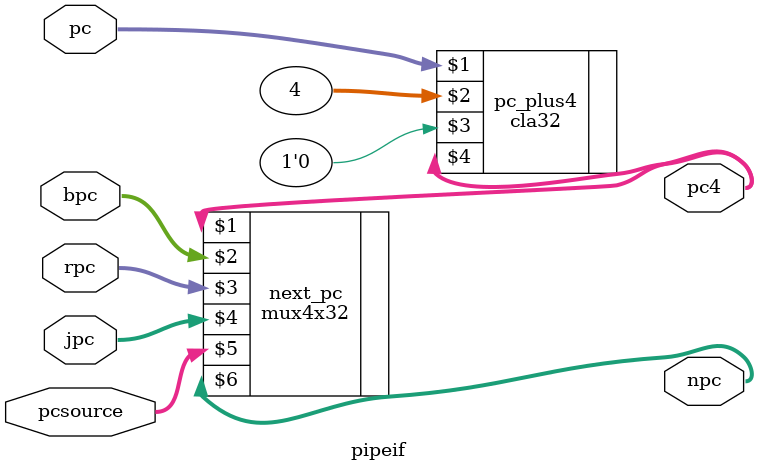
<source format=v>

module pipeif(
  pcsource,pc,bpc,rpc,jpc,
  npc,pc4
  );
	input [31:0] pc,bpc,rpc,jpc;
	input [1:0] pcsource;
	output [31:0] npc,pc4;
	cla32 pc_plus4 (pc,32'h4,1'b0,pc4);
  mux4x32 next_pc (pc4,bpc,rpc,jpc,pcsource,npc);

endmodule

</source>
